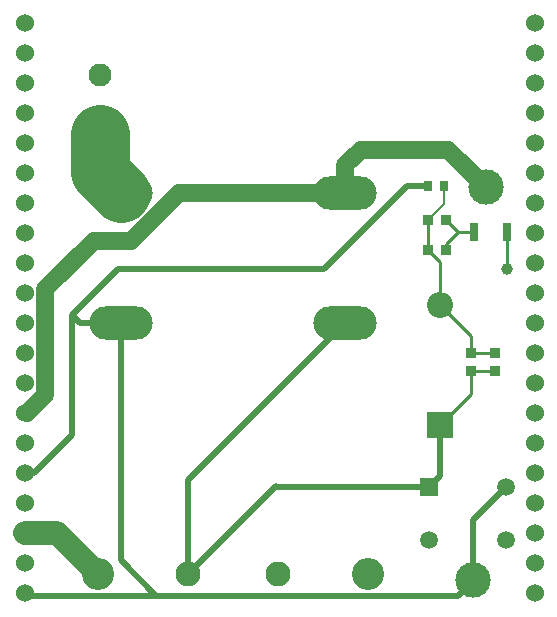
<source format=gbr>
%TF.GenerationSoftware,KiCad,Pcbnew,8.0.7*%
%TF.CreationDate,2025-01-28T21:10:26-05:00*%
%TF.ProjectId,IMD Latching Module,494d4420-4c61-4746-9368-696e67204d6f,rev?*%
%TF.SameCoordinates,Original*%
%TF.FileFunction,Copper,L1,Top*%
%TF.FilePolarity,Positive*%
%FSLAX46Y46*%
G04 Gerber Fmt 4.6, Leading zero omitted, Abs format (unit mm)*
G04 Created by KiCad (PCBNEW 8.0.7) date 2025-01-28 21:10:26*
%MOMM*%
%LPD*%
G01*
G04 APERTURE LIST*
%TA.AperFunction,SMDPad,CuDef*%
%ADD10R,0.970000X0.900000*%
%TD*%
%TA.AperFunction,ComponentPad*%
%ADD11C,3.000000*%
%TD*%
%TA.AperFunction,ComponentPad*%
%ADD12C,1.524000*%
%TD*%
%TA.AperFunction,ComponentPad*%
%ADD13R,1.498600X1.498600*%
%TD*%
%TA.AperFunction,ComponentPad*%
%ADD14C,1.498600*%
%TD*%
%TA.AperFunction,SMDPad,CuDef*%
%ADD15R,0.660400X1.549400*%
%TD*%
%TA.AperFunction,ComponentPad*%
%ADD16O,5.350000X2.850000*%
%TD*%
%TA.AperFunction,ComponentPad*%
%ADD17C,2.717800*%
%TD*%
%TA.AperFunction,ComponentPad*%
%ADD18C,2.108200*%
%TD*%
%TA.AperFunction,SMDPad,CuDef*%
%ADD19R,0.900000X0.970000*%
%TD*%
%TA.AperFunction,ComponentPad*%
%ADD20C,1.950000*%
%TD*%
%TA.AperFunction,ComponentPad*%
%ADD21R,2.200000X2.200000*%
%TD*%
%TA.AperFunction,ComponentPad*%
%ADD22O,2.200000X2.200000*%
%TD*%
%TA.AperFunction,SMDPad,CuDef*%
%ADD23R,0.711200X0.939800*%
%TD*%
%TA.AperFunction,ViaPad*%
%ADD24C,1.000000*%
%TD*%
%TA.AperFunction,Conductor*%
%ADD25C,0.250000*%
%TD*%
%TA.AperFunction,Conductor*%
%ADD26C,0.200000*%
%TD*%
%TA.AperFunction,Conductor*%
%ADD27C,0.500000*%
%TD*%
%TA.AperFunction,Conductor*%
%ADD28C,2.000000*%
%TD*%
%TA.AperFunction,Conductor*%
%ADD29C,1.500000*%
%TD*%
%TA.AperFunction,Conductor*%
%ADD30C,5.000000*%
%TD*%
G04 APERTURE END LIST*
D10*
%TO.P,D1,1,K*%
%TO.N,Net-(D1-K)*%
X90620000Y-80270000D03*
%TO.P,D1,2,A*%
%TO.N,/GND*%
X90620000Y-78750000D03*
%TD*%
%TO.P,D2,1,K*%
%TO.N,Net-(D1-K)*%
X88540000Y-80260000D03*
%TO.P,D2,2,A*%
%TO.N,/GND*%
X88540000Y-78740000D03*
%TD*%
D11*
%TO.P,TP2,1,1*%
%TO.N,Net-(J3-Pad7)*%
X89800000Y-64700000D03*
%TD*%
D12*
%TO.P,J3,1,1*%
%TO.N,Net-(J3-Pad1)*%
X50800000Y-99060000D03*
%TO.P,J3,2,2*%
%TO.N,Net-(D1-K)*%
X50800000Y-96520000D03*
%TO.P,J3,3,3*%
%TO.N,/Vs*%
X50800000Y-93980000D03*
%TO.P,J3,4,4*%
%TO.N,Net-(D4-A)*%
X50800000Y-91440000D03*
%TO.P,J3,5,5*%
%TO.N,Net-(J3-Pad1)*%
X50800000Y-88900000D03*
%TO.P,J3,6,6*%
%TO.N,/GND*%
X50800000Y-86360000D03*
%TO.P,J3,7,7*%
%TO.N,Net-(J3-Pad7)*%
X50800000Y-83820000D03*
%TO.P,J3,8,8*%
%TO.N,unconnected-(J3-Pad8)*%
X50800000Y-81280000D03*
%TO.P,J3,9,9*%
%TO.N,unconnected-(J3-Pad9)*%
X50800000Y-78740000D03*
%TO.P,J3,10,10*%
%TO.N,unconnected-(J3-Pad10)*%
X50800000Y-76200000D03*
%TO.P,J3,11,11*%
%TO.N,unconnected-(J3-Pad11)*%
X50800000Y-73660000D03*
%TO.P,J3,12,12*%
%TO.N,unconnected-(J3-Pad12)*%
X50800000Y-71120000D03*
%TO.P,J3,13,13*%
%TO.N,unconnected-(J3-Pad13)*%
X50800000Y-68580000D03*
%TO.P,J3,14,14*%
%TO.N,unconnected-(J3-Pad14)*%
X50800000Y-66040000D03*
%TO.P,J3,15,15*%
%TO.N,unconnected-(J3-Pad15)*%
X50800000Y-63500000D03*
%TO.P,J3,16,16*%
%TO.N,unconnected-(J3-Pad16)*%
X50800000Y-60960000D03*
%TO.P,J3,17,17*%
%TO.N,unconnected-(J3-Pad17)*%
X50800000Y-58420000D03*
%TO.P,J3,18,18*%
%TO.N,unconnected-(J3-Pad18)*%
X50800000Y-55880000D03*
%TO.P,J3,19,19*%
%TO.N,unconnected-(J3-Pad19)*%
X50800000Y-53340000D03*
%TO.P,J3,20,20*%
%TO.N,unconnected-(J3-Pad20)*%
X50800000Y-50800000D03*
%TD*%
D13*
%TO.P,SW1,1,1*%
%TO.N,Net-(D1-K)*%
X85019999Y-90070000D03*
D14*
%TO.P,SW1,2,2*%
%TO.N,Net-(J3-Pad1)*%
X91520000Y-90070000D03*
%TO.P,SW1,3*%
%TO.N,N/C*%
X85019999Y-94570001D03*
%TO.P,SW1,4*%
X91520000Y-94570001D03*
%TD*%
D15*
%TO.P,D4,1,K*%
%TO.N,Net-(D4-K)*%
X88775200Y-68492400D03*
%TO.P,D4,2,A*%
%TO.N,Net-(D4-A)*%
X91620000Y-68492400D03*
%TD*%
D16*
%TO.P,K1,1,1*%
%TO.N,Net-(J4-Pad2)*%
X58920000Y-65159999D03*
%TO.P,K1,2,2*%
%TO.N,Net-(J3-Pad1)*%
X58920000Y-76160000D03*
D17*
%TO.P,K1,3,3*%
%TO.N,/Vs*%
X56970000Y-97460000D03*
D18*
%TO.P,K1,4,4*%
%TO.N,Net-(D1-K)*%
X64620000Y-97460000D03*
%TO.P,K1,5,5*%
%TO.N,/GND*%
X72220000Y-97460000D03*
D17*
%TO.P,K1,6,6*%
%TO.N,Net-(D4-A)*%
X79870000Y-97460000D03*
D16*
%TO.P,K1,7,7*%
%TO.N,Net-(D1-K)*%
X77919998Y-76160000D03*
%TO.P,K1,8,8*%
%TO.N,Net-(J3-Pad7)*%
X77919998Y-65159999D03*
%TD*%
D19*
%TO.P,R2,1*%
%TO.N,/GND*%
X84937600Y-69992400D03*
%TO.P,R2,2*%
%TO.N,Net-(D4-K)*%
X86457600Y-69992400D03*
%TD*%
D20*
%TO.P,J4,1*%
%TO.N,unconnected-(J4-Pad1)*%
X57130000Y-55150000D03*
%TO.P,J4,2*%
%TO.N,Net-(J4-Pad2)*%
X57130000Y-60150000D03*
%TD*%
D11*
%TO.P,TP1,1,1*%
%TO.N,Net-(J3-Pad1)*%
X88720000Y-97970000D03*
%TD*%
D19*
%TO.P,R1,1*%
%TO.N,/GND*%
X84937600Y-67492400D03*
%TO.P,R1,2*%
%TO.N,Net-(D4-K)*%
X86457600Y-67492400D03*
%TD*%
D12*
%TO.P,J2,1,1*%
%TO.N,N/C*%
X94000000Y-99060000D03*
%TO.P,J2,2,2*%
X94000000Y-96520000D03*
%TO.P,J2,3,3*%
X94000000Y-93980000D03*
%TO.P,J2,4,4*%
X94000000Y-91440000D03*
%TO.P,J2,5,5*%
X94000000Y-88900000D03*
%TO.P,J2,6,6*%
X94000000Y-86360000D03*
%TO.P,J2,7,7*%
X94000000Y-83820000D03*
%TO.P,J2,8,8*%
X94000000Y-81280000D03*
%TO.P,J2,9,9*%
X94000000Y-78740000D03*
%TO.P,J2,10,10*%
X94000000Y-76200000D03*
%TO.P,J2,11,11*%
X94000000Y-73660000D03*
%TO.P,J2,12,12*%
X94000000Y-71120000D03*
%TO.P,J2,13,13*%
X94000000Y-68580000D03*
%TO.P,J2,14,14*%
X94000000Y-66040000D03*
%TO.P,J2,15,15*%
X94000000Y-63500000D03*
%TO.P,J2,16,16*%
X94000000Y-60960000D03*
%TO.P,J2,17,17*%
X94000000Y-58420000D03*
%TO.P,J2,18,18*%
X94000000Y-55880000D03*
%TO.P,J2,19,19*%
X94000000Y-53340000D03*
%TO.P,J2,20,20*%
X94000000Y-50800000D03*
%TD*%
D21*
%TO.P,D3,1,K*%
%TO.N,Net-(D1-K)*%
X85920000Y-84790000D03*
D22*
%TO.P,D3,2,A*%
%TO.N,/GND*%
X85920000Y-74630000D03*
%TD*%
D23*
%TO.P,R3,1*%
%TO.N,Net-(J3-Pad1)*%
X84903000Y-64600000D03*
%TO.P,R3,2*%
%TO.N,/GND*%
X86300000Y-64600000D03*
%TD*%
D24*
%TO.N,Net-(D4-A)*%
X91620000Y-71570000D03*
%TD*%
D25*
%TO.N,/GND*%
X88540000Y-77250000D02*
X85920000Y-74630000D01*
X90620000Y-78750000D02*
X88550000Y-78750000D01*
D26*
X86300000Y-64600000D02*
X86300000Y-66130000D01*
D25*
X88550000Y-78750000D02*
X88540000Y-78740000D01*
X88540000Y-78740000D02*
X88540000Y-77250000D01*
X84937600Y-69992400D02*
X84937600Y-67492400D01*
X85920000Y-74630000D02*
X85920000Y-70974800D01*
X85920000Y-70974800D02*
X84937600Y-69992400D01*
D26*
X86300000Y-66130000D02*
X84937600Y-67492400D01*
D27*
%TO.N,Net-(D1-K)*%
X85920000Y-84790000D02*
X85920000Y-89169999D01*
X72069401Y-90010599D02*
X72128802Y-90070000D01*
D25*
X88540000Y-80260000D02*
X90610000Y-80260000D01*
X88540000Y-82170000D02*
X85920000Y-84790000D01*
X88540000Y-80260000D02*
X88540000Y-82170000D01*
D27*
X64620000Y-97460000D02*
X64620000Y-89459998D01*
X85920000Y-89169999D02*
X85019999Y-90070000D01*
X64620000Y-89459998D02*
X77919998Y-76160000D01*
X90610000Y-80260000D02*
X90620000Y-80270000D01*
X64620000Y-97460000D02*
X72069401Y-90010599D01*
X72128802Y-90070000D02*
X85019999Y-90070000D01*
D25*
%TO.N,Net-(D4-A)*%
X91620000Y-71570000D02*
X91620000Y-68492400D01*
D28*
%TO.N,/Vs*%
X53490000Y-93980000D02*
X50800000Y-93980000D01*
X56970000Y-97460000D02*
X53490000Y-93980000D01*
D25*
%TO.N,Net-(D4-K)*%
X87457600Y-68492400D02*
X86457600Y-67492400D01*
X86457600Y-69492400D02*
X87457600Y-68492400D01*
X88775200Y-68492400D02*
X87457600Y-68492400D01*
X86457600Y-69992400D02*
X86457600Y-69492400D01*
D27*
%TO.N,Net-(J3-Pad1)*%
X76100000Y-71600000D02*
X83100000Y-64600000D01*
X61920000Y-99270000D02*
X87420000Y-99270000D01*
X88720000Y-92870000D02*
X91520000Y-90070000D01*
X54800000Y-75500000D02*
X55460000Y-76160000D01*
X54800000Y-75500000D02*
X58700000Y-71600000D01*
X87420000Y-99270000D02*
X88720000Y-97970000D01*
X54800000Y-85650000D02*
X54800000Y-75500000D01*
X88720000Y-97970000D02*
X88720000Y-92870000D01*
X50800000Y-88900000D02*
X51550000Y-88900000D01*
X58920000Y-76160000D02*
X58920000Y-96270000D01*
X51550000Y-88900000D02*
X54800000Y-85650000D01*
X61920000Y-99270000D02*
X51010000Y-99270000D01*
X58920000Y-96270000D02*
X61920000Y-99270000D01*
X58700000Y-71600000D02*
X76100000Y-71600000D01*
X51010000Y-99270000D02*
X50800000Y-99060000D01*
X55460000Y-76160000D02*
X58920000Y-76160000D01*
X83100000Y-64600000D02*
X84903000Y-64600000D01*
D29*
%TO.N,Net-(J3-Pad7)*%
X59790000Y-69200000D02*
X56600000Y-69200000D01*
X52512000Y-82278000D02*
X50970000Y-83820000D01*
X56600000Y-69200000D02*
X52512000Y-73288000D01*
X77919998Y-65159999D02*
X63830001Y-65159999D01*
X79200000Y-61500000D02*
X86600000Y-61500000D01*
X77919998Y-65159999D02*
X77919998Y-62780002D01*
X79200000Y-61500000D02*
X77919998Y-62780002D01*
X52512000Y-73288000D02*
X52512000Y-82278000D01*
X86600000Y-61500000D02*
X89800000Y-64700000D01*
X63830001Y-65159999D02*
X59790000Y-69200000D01*
D30*
%TO.N,Net-(J4-Pad2)*%
X57130000Y-63369999D02*
X58920000Y-65159999D01*
X57130000Y-60150000D02*
X57130000Y-63369999D01*
%TD*%
M02*

</source>
